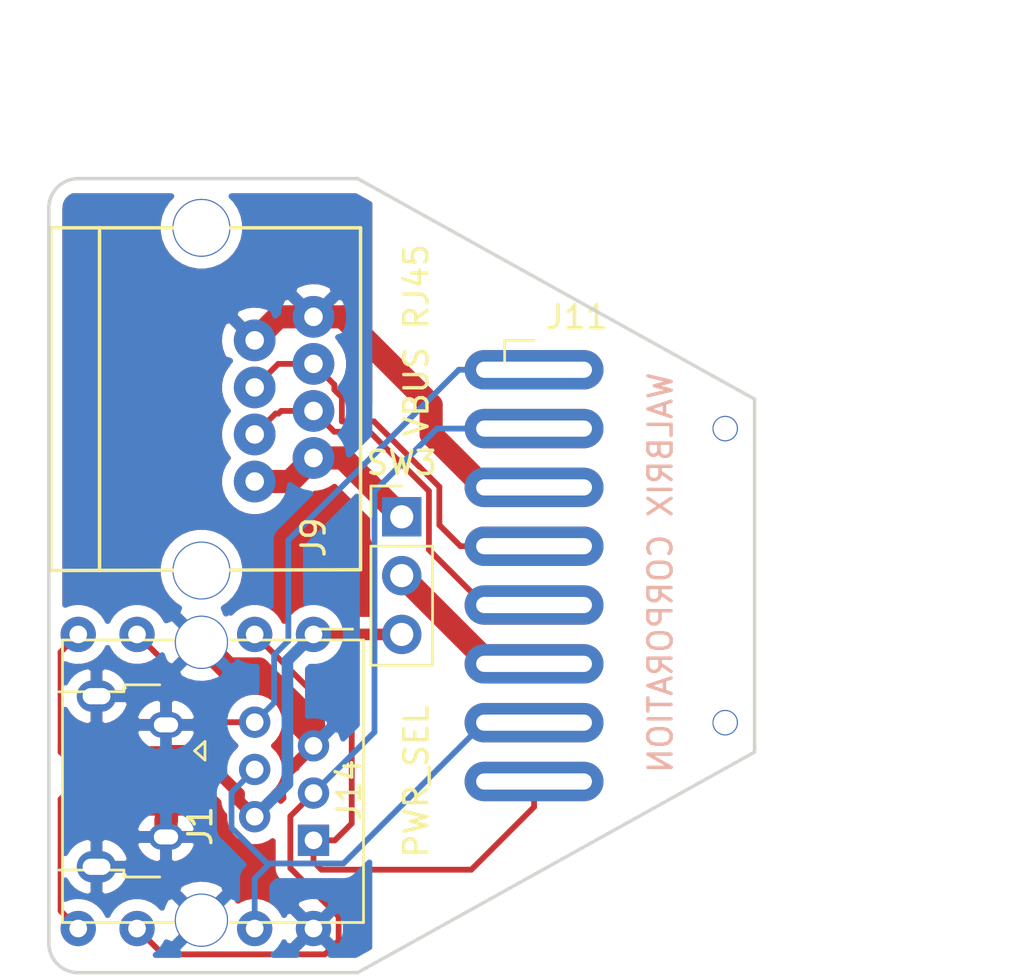
<source format=kicad_pcb>
(kicad_pcb (version 20171130) (host pcbnew 5.1.4)

  (general
    (thickness 1.6)
    (drawings 13)
    (tracks 99)
    (zones 0)
    (modules 5)
    (nets 14)
  )

  (page A4)
  (layers
    (0 F.Cu signal)
    (31 B.Cu signal)
    (32 B.Adhes user)
    (33 F.Adhes user)
    (34 B.Paste user)
    (35 F.Paste user)
    (36 B.SilkS user)
    (37 F.SilkS user)
    (38 B.Mask user)
    (39 F.Mask user)
    (40 Dwgs.User user)
    (41 Cmts.User user)
    (42 Eco1.User user)
    (43 Eco2.User user)
    (44 Edge.Cuts user)
    (45 Margin user)
    (46 B.CrtYd user)
    (47 F.CrtYd user)
    (48 B.Fab user)
    (49 F.Fab user)
  )

  (setup
    (last_trace_width 0.25)
    (trace_clearance 0.2)
    (zone_clearance 0.508)
    (zone_45_only no)
    (trace_min 0.2)
    (via_size 0.8)
    (via_drill 0.4)
    (via_min_size 0.4)
    (via_min_drill 0.3)
    (uvia_size 0.3)
    (uvia_drill 0.1)
    (uvias_allowed no)
    (uvia_min_size 0.2)
    (uvia_min_drill 0.1)
    (edge_width 0.15)
    (segment_width 0.2)
    (pcb_text_width 0.3)
    (pcb_text_size 1.5 1.5)
    (mod_edge_width 0.15)
    (mod_text_size 1 1)
    (mod_text_width 0.15)
    (pad_size 2 0.9)
    (pad_drill 0)
    (pad_to_mask_clearance 0.051)
    (solder_mask_min_width 0.25)
    (aux_axis_origin 0 0)
    (visible_elements FFFFFF7F)
    (pcbplotparams
      (layerselection 0x010f0_ffffffff)
      (usegerberextensions true)
      (usegerberattributes false)
      (usegerberadvancedattributes false)
      (creategerberjobfile false)
      (excludeedgelayer true)
      (linewidth 0.100000)
      (plotframeref false)
      (viasonmask false)
      (mode 1)
      (useauxorigin false)
      (hpglpennumber 1)
      (hpglpenspeed 20)
      (hpglpendiameter 15.000000)
      (psnegative false)
      (psa4output false)
      (plotreference true)
      (plotvalue true)
      (plotinvisibletext false)
      (padsonsilk false)
      (subtractmaskfromsilk true)
      (outputformat 1)
      (mirror false)
      (drillshape 0)
      (scaleselection 1)
      (outputdirectory ""))
  )

  (net 0 "")
  (net 1 GND)
  (net 2 /VIN)
  (net 3 /RESET)
  (net 4 /IO0)
  (net 5 /RXD)
  (net 6 /TXD)
  (net 7 /VBUS)
  (net 8 /B)
  (net 9 /A)
  (net 10 /VCTRLR)
  (net 11 "Net-(J1-Pad4)")
  (net 12 /D+)
  (net 13 /D-)

  (net_class Default "これはデフォルトのネット クラスです。"
    (clearance 0.2)
    (trace_width 0.25)
    (via_dia 0.8)
    (via_drill 0.4)
    (uvia_dia 0.3)
    (uvia_drill 0.1)
    (add_net /A)
    (add_net /B)
    (add_net /D+)
    (add_net /D-)
    (add_net /IO0)
    (add_net /RESET)
    (add_net /RXD)
    (add_net /TXD)
    (add_net "Net-(J1-Pad4)")
  )

  (net_class Power ""
    (clearance 0.2)
    (trace_width 1)
    (via_dia 1)
    (via_drill 0.5)
    (uvia_dia 0.3)
    (uvia_drill 0.1)
    (add_net /VCTRLR)
    (add_net /VIN)
    (add_net GND)
  )

  (net_class VBUS ""
    (clearance 0.2)
    (trace_width 0.5)
    (via_dia 0.8)
    (via_drill 0.4)
    (uvia_dia 0.3)
    (uvia_drill 0.1)
    (add_net /VBUS)
  )

  (module lib:RJ45 (layer F.Cu) (tedit 5CBB2EC2) (tstamp 5CBB34FA)
    (at 127 99.06 270)
    (path /5CBB3D57)
    (fp_text reference J9 (at 5.969 -2.54 270) (layer F.SilkS)
      (effects (font (size 1 1) (thickness 0.15)))
    )
    (fp_text value RJ45 (at 0 7.62 270) (layer F.Fab)
      (effects (font (size 1 1) (thickness 0.15)))
    )
    (fp_line (start -7.4 6.7) (end 7.4 6.7) (layer F.SilkS) (width 0.15))
    (fp_line (start -7.4 8.8) (end 7.4 8.8) (layer F.SilkS) (width 0.15))
    (fp_line (start 7.366 -4.572) (end 7.4 8.8) (layer F.SilkS) (width 0.15))
    (fp_line (start 7.366 -4.572) (end -7.4 -4.572) (layer F.SilkS) (width 0.15))
    (fp_line (start -7.4 -4.572) (end -7.4 8.8) (layer F.SilkS) (width 0.15))
    (pad 1 thru_hole circle (at 3.556 0 270) (size 1.8 1.8) (drill 0.8) (layers *.Cu *.Mask)
      (net 10 /VCTRLR))
    (pad 2 thru_hole circle (at 2.54 -2.54 270) (size 1.8 1.8) (drill 0.8) (layers *.Cu *.Mask)
      (net 10 /VCTRLR))
    (pad 3 thru_hole circle (at 1.524 0 270) (size 1.8 1.8) (drill 0.8) (layers *.Cu *.Mask)
      (net 8 /B))
    (pad 4 thru_hole circle (at 0.508 -2.54 270) (size 1.8 1.8) (drill 0.8) (layers *.Cu *.Mask)
      (net 8 /B))
    (pad 5 thru_hole circle (at -0.508 0 270) (size 1.8 1.8) (drill 0.8) (layers *.Cu *.Mask)
      (net 9 /A))
    (pad 6 thru_hole circle (at -1.524 -2.54 270) (size 1.8 1.8) (drill 0.8) (layers *.Cu *.Mask)
      (net 9 /A))
    (pad 7 thru_hole circle (at -2.54 0 270) (size 1.8 1.8) (drill 0.8) (layers *.Cu *.Mask)
      (net 1 GND))
    (pad 8 thru_hole circle (at -3.556 -2.54 270) (size 1.8 1.8) (drill 0.8) (layers *.Cu *.Mask)
      (net 1 GND))
    (pad "" np_thru_hole circle (at -7.4 2.3 270) (size 2.5 2.5) (drill 2.4) (layers *.Cu *.Mask))
    (pad "" np_thru_hole circle (at 7.4 2.3 270) (size 2.5 2.5) (drill 2.4) (layers *.Cu *.Mask))
  )

  (module lib:usbserial (layer F.Cu) (tedit 5CBB191E) (tstamp 5CBB1234)
    (at 129.54 118.11 270)
    (descr "RJ12 connector  https://cdn.amphenol-icc.com/media/wysiwyg/files/drawing/c-bmj-0082.pdf")
    (tags "RJ12 connector")
    (path /5CBB1510)
    (fp_text reference J14 (at -2.159 -1.524 270) (layer F.SilkS)
      (effects (font (size 1 1) (thickness 0.15)))
    )
    (fp_text value USBSERIAL (at -2.54 -3.81 270) (layer F.Fab)
      (effects (font (size 1 1) (thickness 0.15)))
    )
    (fp_text user %R (at -0.06 6.83 270) (layer F.Fab)
      (effects (font (size 1 1) (thickness 0.15)))
    )
    (fp_line (start -8.65 10.84) (end -8.65 -0.41) (layer F.Fab) (width 0.1))
    (fp_line (start -8.65 -2.16) (end 3.55 -2.16) (layer F.Fab) (width 0.1))
    (fp_line (start 3.55 -2.16) (end 3.55 10.84) (layer F.Fab) (width 0.1))
    (fp_line (start 3.55 10.84) (end -8.65 10.84) (layer F.Fab) (width 0.1))
    (fp_line (start -8.65 -2.16) (end 3.55 -2.16) (layer F.SilkS) (width 0.12))
    (fp_line (start 3.55 -2.16) (end 3.55 3.6) (layer F.SilkS) (width 0.12))
    (fp_line (start 3.55 10.84) (end 3.55 6.06) (layer F.SilkS) (width 0.12))
    (fp_line (start 3.55 10.84) (end -8.65 10.84) (layer F.SilkS) (width 0.12))
    (fp_line (start -8.65 10.84) (end -8.65 6.06) (layer F.SilkS) (width 0.12))
    (fp_line (start -8.65 6.79) (end -8.65 6.86) (layer F.SilkS) (width 0.1))
    (fp_line (start -8.65 3.6) (end -8.65 -2.16) (layer F.SilkS) (width 0.12))
    (fp_line (start -9.12 -0.16) (end -9.12 -1.69) (layer F.SilkS) (width 0.12))
    (fp_line (start -8.65 -0.41) (end -8.15 -0.91) (layer F.Fab) (width 0.1))
    (fp_line (start -8.15 -0.91) (end -8.65 -1.41) (layer F.Fab) (width 0.1))
    (fp_line (start -8.65 -1.41) (end -8.65 -2.16) (layer F.Fab) (width 0.1))
    (pad 6 thru_hole circle (at -5.1 2.54 270) (size 1.35 1.35) (drill 0.76) (layers *.Cu *.Mask)
      (net 4 /IO0))
    (pad 5 thru_hole circle (at -8.55 4.84 270) (size 2.3 2.3) (drill 2.2) (layers *.Cu *.Mask)
      (net 1 GND))
    (pad 5 thru_hole circle (at -4.08 0 270) (size 1.35 1.35) (drill 0.76) (layers *.Cu *.Mask)
      (net 1 GND))
    (pad 4 thru_hole circle (at -3.06 2.54 270) (size 1.35 1.35) (drill 0.76) (layers *.Cu *.Mask)
      (net 6 /TXD))
    (pad 3 thru_hole circle (at -2.04 0 270) (size 1.35 1.35) (drill 0.76) (layers *.Cu *.Mask)
      (net 5 /RXD))
    (pad 2 thru_hole circle (at -1.02 2.54 270) (size 1.35 1.35) (drill 0.76) (layers *.Cu *.Mask)
      (net 7 /VBUS))
    (pad 1 thru_hole rect (at 0 0 270) (size 1.35 1.35) (drill 0.76) (layers *.Cu *.Mask)
      (net 3 /RESET))
    (pad 5 thru_hole circle (at 3.45 4.84 270) (size 2.3 2.3) (drill 2.2) (layers *.Cu *.Mask)
      (net 1 GND))
    (pad 7 thru_hole circle (at 3.81 10.16 270) (size 1.524 1.524) (drill 0.762) (layers *.Cu *.Mask)
      (net 12 /D+))
    (pad 3 thru_hole circle (at 3.81 7.62 270) (size 1.524 1.524) (drill 0.762) (layers *.Cu *.Mask)
      (net 5 /RXD))
    (pad 4 thru_hole circle (at 3.81 2.54 270) (size 1.524 1.524) (drill 0.762) (layers *.Cu *.Mask)
      (net 6 /TXD))
    (pad 5 thru_hole circle (at 3.81 0 270) (size 1.524 1.524) (drill 0.762) (layers *.Cu *.Mask)
      (net 1 GND))
    (pad 2 thru_hole circle (at -8.89 0 270) (size 1.524 1.524) (drill 0.762) (layers *.Cu *.Mask)
      (net 7 /VBUS))
    (pad 1 thru_hole circle (at -8.89 2.54 270) (size 1.524 1.524) (drill 0.762) (layers *.Cu *.Mask)
      (net 3 /RESET))
    (pad 6 thru_hole circle (at -8.89 7.62 270) (size 1.524 1.524) (drill 0.762) (layers *.Cu *.Mask)
      (net 4 /IO0))
    (pad 8 thru_hole circle (at -8.89 10.16 270) (size 1.524 1.524) (drill 0.762) (layers *.Cu *.Mask)
      (net 13 /D-))
    (model ${KISYS3DMOD}/Connector_RJ.3dshapes/RJ12_Amphenol_54601.wrl
      (at (xyz 0 0 0))
      (scale (xyz 1 1 1))
      (rotate (xyz 0 0 0))
    )
  )

  (module Connector_PinHeader_2.54mm:PinHeader_1x03_P2.54mm_Vertical (layer F.Cu) (tedit 59FED5CC) (tstamp 5D542DCB)
    (at 133.35 104.14)
    (descr "Through hole straight pin header, 1x03, 2.54mm pitch, single row")
    (tags "Through hole pin header THT 1x03 2.54mm single row")
    (path /5D58070A)
    (fp_text reference SW3 (at 0 -2.33) (layer F.SilkS)
      (effects (font (size 1 1) (thickness 0.15)))
    )
    (fp_text value SW_SPDT (at 0 7.41) (layer F.Fab)
      (effects (font (size 1 1) (thickness 0.15)))
    )
    (fp_line (start -0.635 -1.27) (end 1.27 -1.27) (layer F.Fab) (width 0.1))
    (fp_line (start 1.27 -1.27) (end 1.27 6.35) (layer F.Fab) (width 0.1))
    (fp_line (start 1.27 6.35) (end -1.27 6.35) (layer F.Fab) (width 0.1))
    (fp_line (start -1.27 6.35) (end -1.27 -0.635) (layer F.Fab) (width 0.1))
    (fp_line (start -1.27 -0.635) (end -0.635 -1.27) (layer F.Fab) (width 0.1))
    (fp_line (start -1.33 6.41) (end 1.33 6.41) (layer F.SilkS) (width 0.12))
    (fp_line (start -1.33 1.27) (end -1.33 6.41) (layer F.SilkS) (width 0.12))
    (fp_line (start 1.33 1.27) (end 1.33 6.41) (layer F.SilkS) (width 0.12))
    (fp_line (start -1.33 1.27) (end 1.33 1.27) (layer F.SilkS) (width 0.12))
    (fp_line (start -1.33 0) (end -1.33 -1.33) (layer F.SilkS) (width 0.12))
    (fp_line (start -1.33 -1.33) (end 0 -1.33) (layer F.SilkS) (width 0.12))
    (fp_line (start -1.8 -1.8) (end -1.8 6.85) (layer F.CrtYd) (width 0.05))
    (fp_line (start -1.8 6.85) (end 1.8 6.85) (layer F.CrtYd) (width 0.05))
    (fp_line (start 1.8 6.85) (end 1.8 -1.8) (layer F.CrtYd) (width 0.05))
    (fp_line (start 1.8 -1.8) (end -1.8 -1.8) (layer F.CrtYd) (width 0.05))
    (fp_text user %R (at 0 2.54 90) (layer F.Fab)
      (effects (font (size 1 1) (thickness 0.15)))
    )
    (pad 1 thru_hole rect (at 0 0) (size 1.7 1.7) (drill 1) (layers *.Cu *.Mask)
      (net 10 /VCTRLR))
    (pad 2 thru_hole oval (at 0 2.54) (size 1.7 1.7) (drill 1) (layers *.Cu *.Mask)
      (net 2 /VIN))
    (pad 3 thru_hole oval (at 0 5.08) (size 1.7 1.7) (drill 1) (layers *.Cu *.Mask)
      (net 7 /VBUS))
    (model ${KISYS3DMOD}/Connector_PinHeader_2.54mm.3dshapes/PinHeader_1x03_P2.54mm_Vertical.wrl
      (at (xyz 0 0 0))
      (scale (xyz 1 1 1))
      (rotate (xyz 0 0 0))
    )
  )

  (module lib:8p_cable_holes (layer F.Cu) (tedit 5D5A6958) (tstamp 5D5AFD59)
    (at 139.065 97.79)
    (descr "Through hole angled pin header, 1x08, 2.54mm pitch, 6mm pin length, single row")
    (tags "Through hole angled pin header THT 1x08 2.54mm single row")
    (path /5CBB0546)
    (fp_text reference J11 (at 1.845 -2.27) (layer F.SilkS)
      (effects (font (size 1 1) (thickness 0.15)))
    )
    (fp_text value CONN (at 1.845 20.05) (layer F.Fab)
      (effects (font (size 1 1) (thickness 0.15)))
    )
    (fp_line (start -0.32 -0.32) (end -0.32 0.32) (layer F.Fab) (width 0.1))
    (fp_line (start -0.32 2.22) (end -0.32 2.86) (layer F.Fab) (width 0.1))
    (fp_line (start -0.32 4.76) (end -0.32 5.4) (layer F.Fab) (width 0.1))
    (fp_line (start -0.32 7.3) (end -0.32 7.94) (layer F.Fab) (width 0.1))
    (fp_line (start -0.32 9.84) (end -0.32 10.48) (layer F.Fab) (width 0.1))
    (fp_line (start -0.32 12.38) (end -0.32 13.02) (layer F.Fab) (width 0.1))
    (fp_line (start -0.32 14.92) (end -0.32 15.56) (layer F.Fab) (width 0.1))
    (fp_line (start -0.32 17.46) (end -0.32 18.1) (layer F.Fab) (width 0.1))
    (fp_line (start -1.27 0) (end -1.27 -1.27) (layer F.SilkS) (width 0.12))
    (fp_line (start -1.27 -1.27) (end 0 -1.27) (layer F.SilkS) (width 0.12))
    (fp_line (start -3.81 -1.8) (end -3.81 19.55) (layer F.CrtYd) (width 0.05))
    (fp_line (start -3.81 19.55) (end 8.01 19.55) (layer F.CrtYd) (width 0.05))
    (fp_line (start 8.01 19.55) (end 8.01 -1.8) (layer F.CrtYd) (width 0.05))
    (fp_line (start 8.01 -1.8) (end -3.81 -1.8) (layer F.CrtYd) (width 0.05))
    (pad 1 thru_hole oval (at 0 0) (size 6 1.7) (drill oval 5 0.7) (layers *.Cu *.Mask)
      (net 4 /IO0))
    (pad 2 thru_hole oval (at 0 2.54) (size 6 1.7) (drill oval 5 0.7) (layers *.Cu *.Mask)
      (net 5 /RXD))
    (pad 3 thru_hole oval (at 0 5.08) (size 6 1.7) (drill oval 5 0.7) (layers *.Cu *.Mask)
      (net 1 GND))
    (pad 4 thru_hole oval (at 0 7.62) (size 6 1.7) (drill oval 5 0.7) (layers *.Cu *.Mask)
      (net 9 /A))
    (pad 5 thru_hole oval (at 0 10.16) (size 6 1.7) (drill oval 5 0.7) (layers *.Cu *.Mask)
      (net 8 /B))
    (pad 6 thru_hole oval (at 0 12.7) (size 6 1.7) (drill oval 5 0.7) (layers *.Cu *.Mask)
      (net 2 /VIN))
    (pad 7 thru_hole oval (at 0 15.24) (size 6 1.7) (drill oval 5 0.7) (layers *.Cu *.Mask)
      (net 6 /TXD))
    (pad 8 thru_hole oval (at 0 17.78) (size 6 1.7) (drill oval 5 0.7) (layers *.Cu *.Mask)
      (net 3 /RESET))
    (model ${KISYS3DMOD}/Connector_PinHeader_2.54mm.3dshapes/PinHeader_1x08_P2.54mm_Horizontal.wrl
      (at (xyz 0 0 0))
      (scale (xyz 1 1 1))
      (rotate (xyz 0 0 0))
    )
  )

  (module lib:USB_Micro-B_Horizontal (layer F.Cu) (tedit 5CBB1908) (tstamp 5D5B37A2)
    (at 121.285 115.57 270)
    (descr "Micro USB Type B 10103594-0001LF, http://cdn.amphenol-icc.com/media/wysiwyg/files/drawing/10103594.pdf")
    (tags "USB USB_B USB_micro USB_OTG")
    (path /5D60E8E9)
    (attr smd)
    (fp_text reference J1 (at 1.925 -3.365 90) (layer F.SilkS)
      (effects (font (size 1 1) (thickness 0.15)))
    )
    (fp_text value USB_B_Micro (at -0.025 4.435 90) (layer F.Fab)
      (effects (font (size 1 1) (thickness 0.15)))
    )
    (fp_line (start -4.025 2.835) (end 3.975 2.835) (layer Dwgs.User) (width 0.1))
    (fp_line (start -3.775 3.335) (end -3.775 -0.865) (layer F.Fab) (width 0.12))
    (fp_line (start -2.975 -1.615) (end 3.725 -1.615) (layer F.Fab) (width 0.12))
    (fp_line (start 3.725 -1.615) (end 3.725 3.335) (layer F.Fab) (width 0.12))
    (fp_line (start 3.725 3.335) (end -3.775 3.335) (layer F.Fab) (width 0.12))
    (fp_line (start -3.775 -0.865) (end -2.975 -1.615) (layer F.Fab) (width 0.12))
    (fp_line (start -1.325 -3.119) (end -1.725 -3.569) (layer F.SilkS) (width 0.12))
    (fp_line (start -1.725 -3.569) (end -0.925 -3.569) (layer F.SilkS) (width 0.12))
    (fp_line (start -0.925 -3.569) (end -1.325 -3.119) (layer F.SilkS) (width 0.12))
    (fp_line (start 3.825 2.735) (end 3.825 -0.065) (layer F.SilkS) (width 0.12))
    (fp_line (start 3.825 -0.065) (end 4.125 -0.065) (layer F.SilkS) (width 0.12))
    (fp_line (start 4.125 -0.065) (end 4.125 -1.615) (layer F.SilkS) (width 0.12))
    (fp_line (start -3.875 2.735) (end -3.875 -0.065) (layer F.SilkS) (width 0.12))
    (fp_line (start -4.175 -0.065) (end -3.875 -0.065) (layer F.SilkS) (width 0.12))
    (fp_line (start -4.175 -0.065) (end -4.175 -1.615) (layer F.SilkS) (width 0.12))
    (fp_text user %R (at -0.025 -0.015 90) (layer F.Fab)
      (effects (font (size 1 1) (thickness 0.15)))
    )
    (fp_text user "PCB edge" (at -0.025 2.235 90) (layer Dwgs.User)
      (effects (font (size 0.5 0.5) (thickness 0.075)))
    )
    (pad 6 thru_hole oval (at 3.683 1.115) (size 1.7 1.35) (drill oval 1.2 0.7) (layers *.Cu *.Mask)
      (net 1 GND))
    (pad 6 thru_hole oval (at -3.683 1.115) (size 1.7 1.35) (drill oval 1.2 0.7) (layers *.Cu *.Mask)
      (net 1 GND))
    (pad 6 thru_hole oval (at 2.395 -1.885) (size 1.5 1.1) (drill oval 1.05 0.65) (layers *.Cu *.Mask)
      (net 1 GND))
    (pad 6 thru_hole oval (at -2.445 -1.885) (size 1.5 1.1) (drill oval 1.05 0.65) (layers *.Cu *.Mask)
      (net 1 GND))
    (pad 5 smd rect (at 1.275 -1.905) (size 1.85 0.4) (layers F.Cu F.Paste F.Mask)
      (net 1 GND))
    (pad 4 smd rect (at 0.625 -1.905) (size 1.85 0.4) (layers F.Cu F.Paste F.Mask)
      (net 11 "Net-(J1-Pad4)"))
    (pad 3 smd rect (at -0.025 -1.905) (size 1.85 0.4) (layers F.Cu F.Paste F.Mask)
      (net 12 /D+))
    (pad 2 smd rect (at -0.675 -1.905) (size 1.85 0.4) (layers F.Cu F.Paste F.Mask)
      (net 13 /D-))
    (pad 1 smd rect (at -1.325 -1.905) (size 1.85 0.4) (layers F.Cu F.Paste F.Mask)
      (net 7 /VBUS))
    (model ${KISYS3DMOD}/Connector_USB.3dshapes/USB_Micro-B_Amphenol_10103594-0001LF_Horizontal.wrl
      (at (xyz 0 0 0))
      (scale (xyz 1 1 1))
      (rotate (xyz 0 0 0))
    )
  )

  (dimension 30.48 (width 0.15) (layer Cmts.User)
    (gr_text "30.480 mm" (at 133.35 82.52) (layer Cmts.User)
      (effects (font (size 1 1) (thickness 0.15)))
    )
    (feature1 (pts (xy 148.59 86.36) (xy 148.59 83.233579)))
    (feature2 (pts (xy 118.11 86.36) (xy 118.11 83.233579)))
    (crossbar (pts (xy 118.11 83.82) (xy 148.59 83.82)))
    (arrow1a (pts (xy 148.59 83.82) (xy 147.463496 84.406421)))
    (arrow1b (pts (xy 148.59 83.82) (xy 147.463496 83.233579)))
    (arrow2a (pts (xy 118.11 83.82) (xy 119.236504 84.406421)))
    (arrow2b (pts (xy 118.11 83.82) (xy 119.236504 83.233579)))
  )
  (gr_text "WALBRIX CORPORATION" (at 144.526 106.553 90) (layer B.SilkS)
    (effects (font (size 1 1) (thickness 0.15)) (justify mirror))
  )
  (gr_arc (start 119.38 122.555) (end 118.11 122.555) (angle -90) (layer Edge.Cuts) (width 0.15))
  (gr_arc (start 119.38 90.805) (end 119.38 89.535) (angle -90) (layer Edge.Cuts) (width 0.15))
  (gr_line (start 148.59 114.3) (end 131.445 123.825) (layer Edge.Cuts) (width 0.15) (tstamp 5D5AF7BB))
  (gr_line (start 148.59 99.06) (end 148.59 114.3) (layer Edge.Cuts) (width 0.15))
  (gr_line (start 131.445 89.535) (end 148.59 99.06) (layer Edge.Cuts) (width 0.15))
  (gr_line (start 131.445 123.825) (end 119.38 123.825) (layer Edge.Cuts) (width 0.15) (tstamp 5D5AE323))
  (gr_text "VBUS RJ45" (at 133.985 96.52 90) (layer F.SilkS) (tstamp 5D543126)
    (effects (font (size 1 1) (thickness 0.15)))
  )
  (gr_text PWR_SEL (at 133.985 115.57 90) (layer F.SilkS) (tstamp 5D542FB8)
    (effects (font (size 1 1) (thickness 0.15)))
  )
  (dimension 34.29 (width 0.3) (layer Cmts.User)
    (gr_text "34.290 mm" (at 158.31 106.68 270) (layer Cmts.User)
      (effects (font (size 1.5 1.5) (thickness 0.3)))
    )
    (feature1 (pts (xy 153.67 123.825) (xy 156.796421 123.825)))
    (feature2 (pts (xy 153.67 89.535) (xy 156.796421 89.535)))
    (crossbar (pts (xy 156.21 89.535) (xy 156.21 123.825)))
    (arrow1a (pts (xy 156.21 123.825) (xy 155.623579 122.698496)))
    (arrow1b (pts (xy 156.21 123.825) (xy 156.796421 122.698496)))
    (arrow2a (pts (xy 156.21 89.535) (xy 155.623579 90.661504)))
    (arrow2b (pts (xy 156.21 89.535) (xy 156.796421 90.661504)))
  )
  (gr_line (start 118.11 122.555) (end 118.11 90.805) (layer Edge.Cuts) (width 0.15))
  (gr_line (start 131.445 89.535) (end 119.38 89.535) (layer Edge.Cuts) (width 0.15))

  (via (at 147.32 100.33) (size 1.1) (drill 1) (layers F.Cu B.Cu) (net 0))
  (via (at 147.32 113.03) (size 1.1) (drill 1) (layers F.Cu B.Cu) (net 0) (tstamp 5D5AF71D))
  (segment (start 129.54 113.075406) (end 129.54 114.03) (width 1) (layer F.Cu) (net 1))
  (segment (start 127.174593 110.709999) (end 129.54 113.075406) (width 1) (layer F.Cu) (net 1))
  (segment (start 125.849999 110.709999) (end 127.174593 110.709999) (width 1) (layer F.Cu) (net 1))
  (segment (start 124.7 109.56) (end 125.849999 110.709999) (width 1) (layer F.Cu) (net 1))
  (segment (start 128.016 95.504) (end 127 96.52) (width 1) (layer F.Cu) (net 1))
  (segment (start 129.54 95.504) (end 128.016 95.504) (width 1) (layer F.Cu) (net 1))
  (segment (start 136.915 102.87) (end 139.065 102.87) (width 1) (layer F.Cu) (net 1))
  (segment (start 134.62 100.575) (end 136.915 102.87) (width 1) (layer F.Cu) (net 1))
  (segment (start 134.62 99.311208) (end 134.62 100.575) (width 1) (layer F.Cu) (net 1))
  (segment (start 130.812792 95.504) (end 134.62 99.311208) (width 1) (layer F.Cu) (net 1))
  (segment (start 129.54 95.504) (end 130.812792 95.504) (width 1) (layer F.Cu) (net 1))
  (segment (start 123.19 117.221) (end 123.19 117.095001) (width 1) (layer F.Cu) (net 1))
  (segment (start 123.17 117.965) (end 123.17 117.241) (width 1) (layer F.Cu) (net 1))
  (segment (start 123.17 117.241) (end 123.19 117.221) (width 1) (layer F.Cu) (net 1))
  (segment (start 137.16 110.49) (end 139.065 110.49) (width 1) (layer F.Cu) (net 2))
  (segment (start 133.35 106.68) (end 137.16 110.49) (width 1) (layer F.Cu) (net 2))
  (segment (start 127 109.22) (end 131.191 113.411) (width 0.25) (layer F.Cu) (net 3))
  (segment (start 130.465 118.11) (end 129.54 118.11) (width 0.25) (layer F.Cu) (net 3))
  (segment (start 131.191 117.384) (end 130.465 118.11) (width 0.25) (layer F.Cu) (net 3))
  (segment (start 131.191 113.411) (end 131.191 117.384) (width 0.25) (layer F.Cu) (net 3))
  (segment (start 139.065 116.67) (end 139.065 115.57) (width 0.25) (layer F.Cu) (net 3))
  (segment (start 136.355 119.38) (end 139.065 116.67) (width 0.25) (layer F.Cu) (net 3))
  (segment (start 129.885 119.38) (end 136.355 119.38) (width 0.25) (layer F.Cu) (net 3))
  (segment (start 129.54 119.035) (end 129.885 119.38) (width 0.25) (layer F.Cu) (net 3))
  (segment (start 129.54 118.11) (end 129.54 119.035) (width 0.25) (layer F.Cu) (net 3))
  (segment (start 125.71 113.01) (end 127 113.01) (width 0.25) (layer F.Cu) (net 4))
  (segment (start 121.92 109.22) (end 125.71 113.01) (width 0.25) (layer F.Cu) (net 4))
  (segment (start 135.815 97.79) (end 139.065 97.79) (width 0.25) (layer B.Cu) (net 4))
  (segment (start 128.452999 105.152001) (end 135.815 97.79) (width 0.25) (layer B.Cu) (net 4))
  (segment (start 128.452999 109.493815) (end 128.452999 105.152001) (width 0.25) (layer B.Cu) (net 4))
  (segment (start 127.839989 110.106825) (end 128.452999 109.493815) (width 0.25) (layer B.Cu) (net 4))
  (segment (start 127.839989 112.170011) (end 127.839989 110.106825) (width 0.25) (layer B.Cu) (net 4))
  (segment (start 127 113.01) (end 127.839989 112.170011) (width 0.25) (layer B.Cu) (net 4))
  (segment (start 135.815 100.33) (end 139.065 100.33) (width 0.25) (layer B.Cu) (net 5))
  (segment (start 134.874998 100.33) (end 135.815 100.33) (width 0.25) (layer B.Cu) (net 5))
  (segment (start 132.174999 103.029999) (end 134.874998 100.33) (width 0.25) (layer B.Cu) (net 5))
  (segment (start 132.174999 113.435001) (end 132.174999 103.029999) (width 0.25) (layer B.Cu) (net 5))
  (segment (start 129.54 116.07) (end 132.174999 113.435001) (width 0.25) (layer B.Cu) (net 5))
  (segment (start 122.681999 122.681999) (end 121.92 121.92) (width 0.25) (layer F.Cu) (net 5))
  (segment (start 123.035001 123.035001) (end 122.681999 122.681999) (width 0.25) (layer F.Cu) (net 5))
  (segment (start 130.033761 123.035001) (end 123.035001 123.035001) (width 0.25) (layer F.Cu) (net 5))
  (segment (start 130.627001 122.441761) (end 130.033761 123.035001) (width 0.25) (layer F.Cu) (net 5))
  (segment (start 130.627001 121.398239) (end 130.627001 122.441761) (width 0.25) (layer F.Cu) (net 5))
  (segment (start 128.539999 119.311237) (end 130.627001 121.398239) (width 0.25) (layer F.Cu) (net 5))
  (segment (start 128.539999 117.070001) (end 128.539999 119.311237) (width 0.25) (layer F.Cu) (net 5))
  (segment (start 129.54 116.07) (end 128.539999 117.070001) (width 0.25) (layer F.Cu) (net 5))
  (segment (start 136.915 113.03) (end 139.065 113.03) (width 0.25) (layer B.Cu) (net 6))
  (segment (start 130.834999 119.110001) (end 136.915 113.03) (width 0.25) (layer B.Cu) (net 6))
  (segment (start 125.999999 117.570001) (end 127.539999 119.110001) (width 0.25) (layer B.Cu) (net 6))
  (segment (start 125.999999 116.050001) (end 125.999999 117.570001) (width 0.25) (layer B.Cu) (net 6))
  (segment (start 127 115.05) (end 125.999999 116.050001) (width 0.25) (layer B.Cu) (net 6))
  (segment (start 127 119.761) (end 127.650999 119.110001) (width 0.25) (layer B.Cu) (net 6))
  (segment (start 127 121.92) (end 127 119.761) (width 0.25) (layer B.Cu) (net 6))
  (segment (start 127.539999 119.110001) (end 127.650999 119.110001) (width 0.25) (layer B.Cu) (net 6))
  (segment (start 127.650999 119.110001) (end 130.834999 119.110001) (width 0.25) (layer B.Cu) (net 6))
  (segment (start 129.54 109.22) (end 133.35 109.22) (width 0.5) (layer F.Cu) (net 7))
  (segment (start 128.778001 109.981999) (end 129.54 109.22) (width 0.5) (layer B.Cu) (net 7))
  (segment (start 128.414999 110.345001) (end 128.778001 109.981999) (width 0.5) (layer B.Cu) (net 7))
  (segment (start 128.414999 115.675001) (end 128.414999 110.345001) (width 0.5) (layer B.Cu) (net 7))
  (segment (start 127 117.09) (end 128.414999 115.675001) (width 0.5) (layer B.Cu) (net 7))
  (segment (start 126.325001 116.094999) (end 126.325001 116.415001) (width 0.5) (layer F.Cu) (net 7))
  (segment (start 126.325001 116.415001) (end 127 117.09) (width 0.5) (layer F.Cu) (net 7))
  (segment (start 124.475001 114.244999) (end 126.325001 116.094999) (width 0.5) (layer F.Cu) (net 7))
  (segment (start 123.19 114.245) (end 124.475001 114.244999) (width 0.5) (layer F.Cu) (net 7))
  (segment (start 127.899999 99.684001) (end 128.026999 99.684001) (width 0.25) (layer F.Cu) (net 8))
  (segment (start 127 100.584) (end 127.899999 99.684001) (width 0.25) (layer F.Cu) (net 8))
  (segment (start 128.143 99.568) (end 129.54 99.568) (width 0.25) (layer F.Cu) (net 8))
  (segment (start 128.026999 99.684001) (end 128.143 99.568) (width 0.25) (layer F.Cu) (net 8))
  (segment (start 136.915 107.95) (end 139.065 107.95) (width 0.25) (layer F.Cu) (net 8))
  (segment (start 134.525001 105.560001) (end 136.915 107.95) (width 0.25) (layer F.Cu) (net 8))
  (segment (start 134.525001 103.029999) (end 134.525001 105.560001) (width 0.25) (layer F.Cu) (net 8))
  (segment (start 131.963001 100.467999) (end 134.525001 103.029999) (width 0.25) (layer F.Cu) (net 8))
  (segment (start 130.439999 100.467999) (end 131.963001 100.467999) (width 0.25) (layer F.Cu) (net 8))
  (segment (start 129.54 99.568) (end 130.439999 100.467999) (width 0.25) (layer F.Cu) (net 8))
  (segment (start 128.016 97.536) (end 129.54 97.536) (width 0.25) (layer F.Cu) (net 9))
  (segment (start 127 98.552) (end 128.016 97.536) (width 0.25) (layer F.Cu) (net 9))
  (segment (start 135.89 105.41) (end 139.065 105.41) (width 0.25) (layer F.Cu) (net 9))
  (segment (start 134.975011 104.495011) (end 135.89 105.41) (width 0.25) (layer F.Cu) (net 9))
  (segment (start 134.975011 102.843599) (end 134.975011 104.495011) (width 0.25) (layer F.Cu) (net 9))
  (segment (start 130.439999 98.435999) (end 130.439999 98.654997) (width 0.25) (layer F.Cu) (net 9))
  (segment (start 129.54 97.536) (end 130.439999 98.435999) (width 0.25) (layer F.Cu) (net 9))
  (segment (start 130.439999 98.654997) (end 130.765001 98.979999) (width 0.25) (layer F.Cu) (net 9))
  (segment (start 130.765001 100.017989) (end 132.149402 100.01799) (width 0.25) (layer F.Cu) (net 9))
  (segment (start 130.765001 98.979999) (end 130.765001 100.017989) (width 0.25) (layer F.Cu) (net 9))
  (segment (start 132.149402 100.01799) (end 134.975011 102.843599) (width 0.25) (layer F.Cu) (net 9))
  (segment (start 128.524 102.616) (end 129.54 101.6) (width 1) (layer F.Cu) (net 10))
  (segment (start 127 102.616) (end 128.524 102.616) (width 1) (layer F.Cu) (net 10))
  (segment (start 130.81 101.6) (end 133.35 104.14) (width 1) (layer F.Cu) (net 10))
  (segment (start 129.54 101.6) (end 130.81 101.6) (width 1) (layer F.Cu) (net 10))
  (segment (start 118.618001 121.158001) (end 119.38 121.92) (width 0.25) (layer F.Cu) (net 12))
  (segment (start 118.618001 116.331999) (end 118.618001 121.158001) (width 0.25) (layer F.Cu) (net 12))
  (segment (start 123.19 115.545) (end 119.405 115.545) (width 0.25) (layer F.Cu) (net 12))
  (segment (start 119.405 115.545) (end 118.618001 116.331999) (width 0.25) (layer F.Cu) (net 12))
  (segment (start 118.618001 109.981999) (end 119.38 109.22) (width 0.25) (layer F.Cu) (net 13))
  (segment (start 118.618001 114.300001) (end 118.618001 109.981999) (width 0.25) (layer F.Cu) (net 13))
  (segment (start 123.19 114.895) (end 119.213 114.895) (width 0.25) (layer F.Cu) (net 13))
  (segment (start 119.213 114.895) (end 118.618001 114.300001) (width 0.25) (layer F.Cu) (net 13))

  (zone (net 1) (net_name GND) (layer F.Cu) (tstamp 5D5B3DAC) (hatch edge 0.508)
    (connect_pads (clearance 0.508))
    (min_thickness 0.254)
    (fill yes (arc_segments 32) (thermal_gap 0.508) (thermal_bridge_width 0.508))
    (polygon
      (pts
        (xy 118.11 90.17) (xy 132.08 90.17) (xy 132.08 123.19) (xy 118.11 123.19)
      )
    )
    (filled_polygon
      (pts
        (xy 125.44034 116.461917) (xy 125.452806 116.588491) (xy 125.503412 116.755314) (xy 125.58559 116.90906) (xy 125.69 117.036283)
        (xy 125.69 117.219024) (xy 125.740342 117.472113) (xy 125.839093 117.710518) (xy 125.982456 117.925077) (xy 126.164923 118.107544)
        (xy 126.379482 118.250907) (xy 126.617887 118.349658) (xy 126.870976 118.4) (xy 127.129024 118.4) (xy 127.382113 118.349658)
        (xy 127.620518 118.250907) (xy 127.779999 118.144345) (xy 127.78 119.273905) (xy 127.776323 119.311237) (xy 127.790997 119.460222)
        (xy 127.834453 119.603483) (xy 127.905025 119.735513) (xy 127.956863 119.798677) (xy 127.999999 119.851238) (xy 128.028997 119.875036)
        (xy 128.851834 120.697874) (xy 128.82102 120.714344) (xy 128.75404 120.954435) (xy 129.54 121.740395) (xy 129.554143 121.726253)
        (xy 129.733748 121.905858) (xy 129.719605 121.92) (xy 129.733748 121.934143) (xy 129.554143 122.113748) (xy 129.54 122.099605)
        (xy 129.525858 122.113748) (xy 129.346253 121.934143) (xy 129.360395 121.92) (xy 128.574435 121.13404) (xy 128.334344 121.20102)
        (xy 128.270515 121.33676) (xy 128.238005 121.258273) (xy 128.08512 121.029465) (xy 127.890535 120.83488) (xy 127.661727 120.681995)
        (xy 127.40749 120.576686) (xy 127.137592 120.523) (xy 126.862408 120.523) (xy 126.59251 120.576686) (xy 126.338273 120.681995)
        (xy 126.280579 120.720545) (xy 126.22209 120.611118) (xy 125.942349 120.497256) (xy 124.879605 121.56) (xy 124.893748 121.574143)
        (xy 124.714143 121.753748) (xy 124.7 121.739605) (xy 124.685858 121.753748) (xy 124.506253 121.574143) (xy 124.520395 121.56)
        (xy 123.457651 120.497256) (xy 123.17791 120.611118) (xy 123.022039 120.926296) (xy 122.996571 121.020916) (xy 122.810535 120.83488)
        (xy 122.581727 120.681995) (xy 122.32749 120.576686) (xy 122.057592 120.523) (xy 121.782408 120.523) (xy 121.51251 120.576686)
        (xy 121.258273 120.681995) (xy 121.029465 120.83488) (xy 120.83488 121.029465) (xy 120.681995 121.258273) (xy 120.65 121.335515)
        (xy 120.618005 121.258273) (xy 120.46512 121.029465) (xy 120.270535 120.83488) (xy 120.041727 120.681995) (xy 119.78749 120.576686)
        (xy 119.517592 120.523) (xy 119.378001 120.523) (xy 119.378001 120.409252) (xy 119.585815 120.500824) (xy 119.837116 120.556675)
        (xy 120.043 120.406573) (xy 120.043 119.38) (xy 120.297 119.38) (xy 120.297 120.406573) (xy 120.502884 120.556675)
        (xy 120.754185 120.500824) (xy 120.989761 120.397019) (xy 121.102982 120.317651) (xy 123.637256 120.317651) (xy 124.7 121.380395)
        (xy 125.762744 120.317651) (xy 125.648882 120.03791) (xy 125.333704 119.882039) (xy 124.994174 119.790651) (xy 124.643339 119.767259)
        (xy 124.294681 119.81276) (xy 123.9616 119.925406) (xy 123.751118 120.03791) (xy 123.637256 120.317651) (xy 121.102982 120.317651)
        (xy 121.200559 120.24925) (xy 121.378478 120.063196) (xy 121.516681 119.846007) (xy 121.609857 119.606029) (xy 121.61291 119.5824)
        (xy 121.489224 119.38) (xy 120.297 119.38) (xy 120.043 119.38) (xy 120.023 119.38) (xy 120.023 119.126)
        (xy 120.043 119.126) (xy 120.043 118.099427) (xy 120.297 118.099427) (xy 120.297 119.126) (xy 121.489224 119.126)
        (xy 121.61291 118.9236) (xy 121.609857 118.899971) (xy 121.516681 118.659993) (xy 121.378478 118.442804) (xy 121.217767 118.274744)
        (xy 121.826197 118.274744) (xy 121.830989 118.313526) (xy 121.920869 118.529039) (xy 122.051066 118.722877) (xy 122.216578 118.88759)
        (xy 122.411043 119.016848) (xy 122.626989 119.105684) (xy 122.856116 119.150684) (xy 123.043 118.995152) (xy 123.043 118.092)
        (xy 123.297 118.092) (xy 123.297 118.995152) (xy 123.483884 119.150684) (xy 123.713011 119.105684) (xy 123.928957 119.016848)
        (xy 124.123422 118.88759) (xy 124.288934 118.722877) (xy 124.419131 118.529039) (xy 124.509011 118.313526) (xy 124.513803 118.274744)
        (xy 124.388361 118.092) (xy 123.297 118.092) (xy 123.043 118.092) (xy 121.951639 118.092) (xy 121.826197 118.274744)
        (xy 121.217767 118.274744) (xy 121.200559 118.25675) (xy 120.989761 118.108981) (xy 120.754185 118.005176) (xy 120.502884 117.949325)
        (xy 120.297 118.099427) (xy 120.043 118.099427) (xy 119.837116 117.949325) (xy 119.585815 118.005176) (xy 119.378001 118.096748)
        (xy 119.378001 116.6468) (xy 119.719802 116.305) (xy 121.626928 116.305) (xy 121.626928 116.395) (xy 121.639188 116.519482)
        (xy 121.639849 116.52166) (xy 121.63 116.61325) (xy 121.697968 116.681218) (xy 121.734463 116.749494) (xy 121.813815 116.846185)
        (xy 121.901322 116.918) (xy 121.78875 116.918) (xy 121.63 117.07675) (xy 121.64083 117.177467) (xy 121.678666 117.296691)
        (xy 121.739035 117.406243) (xy 121.819616 117.501912) (xy 121.863976 117.537379) (xy 121.830989 117.616474) (xy 121.826197 117.655256)
        (xy 121.951639 117.838) (xy 123.043 117.838) (xy 123.043 117.818) (xy 123.297 117.818) (xy 123.297 117.838)
        (xy 124.388361 117.838) (xy 124.513803 117.655256) (xy 124.509011 117.616474) (xy 124.486027 117.561362) (xy 124.560384 117.501912)
        (xy 124.640965 117.406243) (xy 124.701334 117.296691) (xy 124.73917 117.177467) (xy 124.75 117.07675) (xy 124.59125 116.918)
        (xy 124.478678 116.918) (xy 124.566185 116.846185) (xy 124.645537 116.749494) (xy 124.682032 116.681218) (xy 124.75 116.61325)
        (xy 124.740151 116.52166) (xy 124.740812 116.519482) (xy 124.753072 116.395) (xy 124.753072 115.995) (xy 124.740812 115.870518)
        (xy 124.740655 115.87) (xy 124.740812 115.869482) (xy 124.750414 115.77199)
      )
    )
    (filled_polygon
      (pts
        (xy 123.235825 90.458382) (xy 123.029534 90.767118) (xy 122.887439 91.110166) (xy 122.815 91.474344) (xy 122.815 91.845656)
        (xy 122.887439 92.209834) (xy 123.029534 92.552882) (xy 123.235825 92.861618) (xy 123.498382 93.124175) (xy 123.807118 93.330466)
        (xy 124.150166 93.472561) (xy 124.514344 93.545) (xy 124.885656 93.545) (xy 125.249834 93.472561) (xy 125.592882 93.330466)
        (xy 125.901618 93.124175) (xy 126.164175 92.861618) (xy 126.370466 92.552882) (xy 126.512561 92.209834) (xy 126.585 91.845656)
        (xy 126.585 91.474344) (xy 126.512561 91.110166) (xy 126.370466 90.767118) (xy 126.164175 90.458382) (xy 126.002793 90.297)
        (xy 131.354623 90.297) (xy 131.953 90.629432) (xy 131.953 99.257991) (xy 131.525001 99.25799) (xy 131.525001 99.017321)
        (xy 131.528677 98.979998) (xy 131.525001 98.942675) (xy 131.525001 98.942666) (xy 131.514004 98.831013) (xy 131.470547 98.687752)
        (xy 131.399975 98.555723) (xy 131.305002 98.439998) (xy 131.275999 98.416196) (xy 131.193611 98.333808) (xy 131.189002 98.287013)
        (xy 131.145545 98.143752) (xy 131.074973 98.011723) (xy 131.023034 97.948435) (xy 131.075 97.687184) (xy 131.075 97.384816)
        (xy 131.016011 97.088257) (xy 130.900299 96.808905) (xy 130.732312 96.557495) (xy 130.699635 96.524818) (xy 130.72003 96.504422)
        (xy 130.604082 96.388474) (xy 130.858261 96.304792) (xy 130.989158 96.032225) (xy 131.064365 95.739358) (xy 131.080991 95.437447)
        (xy 131.038397 95.138093) (xy 130.938222 94.852801) (xy 130.858261 94.703208) (xy 130.60408 94.619525) (xy 129.719605 95.504)
        (xy 129.733748 95.518143) (xy 129.554143 95.697748) (xy 129.54 95.683605) (xy 129.525858 95.697748) (xy 129.346253 95.518143)
        (xy 129.360395 95.504) (xy 128.47592 94.619525) (xy 128.221739 94.703208) (xy 128.090842 94.975775) (xy 128.015635 95.268642)
        (xy 128.011118 95.350666) (xy 128.000422 95.33997) (xy 127.884474 95.455918) (xy 127.800792 95.201739) (xy 127.528225 95.070842)
        (xy 127.235358 94.995635) (xy 126.933447 94.979009) (xy 126.634093 95.021603) (xy 126.348801 95.121778) (xy 126.199208 95.201739)
        (xy 126.115525 95.45592) (xy 127 96.340395) (xy 127.014143 96.326253) (xy 127.193748 96.505858) (xy 127.179605 96.52)
        (xy 127.193748 96.534143) (xy 127.014143 96.713748) (xy 127 96.699605) (xy 126.985858 96.713748) (xy 126.806253 96.534143)
        (xy 126.820395 96.52) (xy 125.93592 95.635525) (xy 125.681739 95.719208) (xy 125.550842 95.991775) (xy 125.475635 96.284642)
        (xy 125.459009 96.586553) (xy 125.501603 96.885907) (xy 125.601778 97.171199) (xy 125.681739 97.320792) (xy 125.935918 97.404474)
        (xy 125.81997 97.520422) (xy 125.840366 97.540818) (xy 125.807688 97.573495) (xy 125.639701 97.824905) (xy 125.523989 98.104257)
        (xy 125.465 98.400816) (xy 125.465 98.703184) (xy 125.523989 98.999743) (xy 125.639701 99.279095) (xy 125.807688 99.530505)
        (xy 125.845183 99.568) (xy 125.807688 99.605495) (xy 125.639701 99.856905) (xy 125.523989 100.136257) (xy 125.465 100.432816)
        (xy 125.465 100.735184) (xy 125.523989 101.031743) (xy 125.639701 101.311095) (xy 125.807688 101.562505) (xy 125.845183 101.6)
        (xy 125.807688 101.637495) (xy 125.639701 101.888905) (xy 125.523989 102.168257) (xy 125.465 102.464816) (xy 125.465 102.767184)
        (xy 125.523989 103.063743) (xy 125.639701 103.343095) (xy 125.807688 103.594505) (xy 126.021495 103.808312) (xy 126.272905 103.976299)
        (xy 126.552257 104.092011) (xy 126.848816 104.151) (xy 127.151184 104.151) (xy 127.447743 104.092011) (xy 127.727095 103.976299)
        (xy 127.978505 103.808312) (xy 128.035817 103.751) (xy 128.468249 103.751) (xy 128.524 103.756491) (xy 128.579751 103.751)
        (xy 128.579752 103.751) (xy 128.746499 103.734577) (xy 128.960447 103.669676) (xy 129.157623 103.564284) (xy 129.330449 103.422449)
        (xy 129.365996 103.379136) (xy 129.610131 103.135) (xy 129.691184 103.135) (xy 129.987743 103.076011) (xy 130.267095 102.960299)
        (xy 130.445777 102.840908) (xy 131.861928 104.25706) (xy 131.861928 104.99) (xy 131.874188 105.114482) (xy 131.910498 105.23418)
        (xy 131.953 105.313694) (xy 131.953 106.169626) (xy 131.886487 106.388889) (xy 131.857815 106.68) (xy 131.886487 106.971111)
        (xy 131.953 107.190374) (xy 131.953 108.335) (xy 130.628818 108.335) (xy 130.62512 108.329465) (xy 130.430535 108.13488)
        (xy 130.201727 107.981995) (xy 129.94749 107.876686) (xy 129.677592 107.823) (xy 129.402408 107.823) (xy 129.13251 107.876686)
        (xy 128.878273 107.981995) (xy 128.649465 108.13488) (xy 128.45488 108.329465) (xy 128.301995 108.558273) (xy 128.27 108.635515)
        (xy 128.238005 108.558273) (xy 128.08512 108.329465) (xy 127.890535 108.13488) (xy 127.661727 107.981995) (xy 127.40749 107.876686)
        (xy 127.137592 107.823) (xy 126.862408 107.823) (xy 126.59251 107.876686) (xy 126.338273 107.981995) (xy 126.109465 108.13488)
        (xy 125.960031 108.284315) (xy 125.878054 108.202338) (xy 125.762743 108.317649) (xy 125.666526 108.081259) (xy 125.901618 107.924175)
        (xy 126.164175 107.661618) (xy 126.370466 107.352882) (xy 126.512561 107.009834) (xy 126.585 106.645656) (xy 126.585 106.274344)
        (xy 126.512561 105.910166) (xy 126.370466 105.567118) (xy 126.164175 105.258382) (xy 125.901618 104.995825) (xy 125.592882 104.789534)
        (xy 125.249834 104.647439) (xy 124.885656 104.575) (xy 124.514344 104.575) (xy 124.150166 104.647439) (xy 123.807118 104.789534)
        (xy 123.498382 104.995825) (xy 123.235825 105.258382) (xy 123.029534 105.567118) (xy 122.887439 105.910166) (xy 122.815 106.274344)
        (xy 122.815 106.645656) (xy 122.887439 107.009834) (xy 123.029534 107.352882) (xy 123.235825 107.661618) (xy 123.498382 107.924175)
        (xy 123.733474 108.081259) (xy 123.637256 108.317651) (xy 124.7 109.380395) (xy 124.714143 109.366253) (xy 124.893748 109.545858)
        (xy 124.879605 109.56) (xy 125.942349 110.622744) (xy 126.22209 110.508882) (xy 126.269859 110.412292) (xy 126.338273 110.458005)
        (xy 126.59251 110.563314) (xy 126.862408 110.617) (xy 127.137592 110.617) (xy 127.291571 110.586372) (xy 129.426922 112.721724)
        (xy 129.209602 112.7558) (xy 128.967367 112.844741) (xy 128.87263 112.895379) (xy 128.816205 113.1266) (xy 129.54 113.850395)
        (xy 129.554143 113.836253) (xy 129.733748 114.015858) (xy 129.719605 114.03) (xy 129.733748 114.044143) (xy 129.554143 114.223748)
        (xy 129.54 114.209605) (xy 128.816205 114.9334) (xy 128.825584 114.971833) (xy 128.704923 115.052456) (xy 128.522456 115.234923)
        (xy 128.379093 115.449482) (xy 128.280342 115.687887) (xy 128.23 115.940976) (xy 128.23 116.199024) (xy 128.247615 116.287583)
        (xy 128.122779 116.41242) (xy 128.017544 116.254923) (xy 127.835077 116.072456) (xy 127.831401 116.07) (xy 127.835077 116.067544)
        (xy 128.017544 115.885077) (xy 128.160907 115.670518) (xy 128.259658 115.432113) (xy 128.31 115.179024) (xy 128.31 114.920976)
        (xy 128.259658 114.667887) (xy 128.160907 114.429482) (xy 128.017544 114.214923) (xy 127.908086 114.105465) (xy 128.225826 114.105465)
        (xy 128.2658 114.360398) (xy 128.354741 114.602633) (xy 128.405379 114.69737) (xy 128.6366 114.753795) (xy 129.360395 114.03)
        (xy 128.6366 113.306205) (xy 128.405379 113.36263) (xy 128.296983 113.596808) (xy 128.236355 113.847633) (xy 128.225826 114.105465)
        (xy 127.908086 114.105465) (xy 127.835077 114.032456) (xy 127.831401 114.03) (xy 127.835077 114.027544) (xy 128.017544 113.845077)
        (xy 128.160907 113.630518) (xy 128.259658 113.392113) (xy 128.31 113.139024) (xy 128.31 112.880976) (xy 128.259658 112.627887)
        (xy 128.160907 112.389482) (xy 128.017544 112.174923) (xy 127.835077 111.992456) (xy 127.620518 111.849093) (xy 127.382113 111.750342)
        (xy 127.129024 111.7) (xy 126.870976 111.7) (xy 126.617887 111.750342) (xy 126.379482 111.849093) (xy 126.164923 111.992456)
        (xy 125.982456 112.174923) (xy 125.969346 112.194543) (xy 125.084729 111.309927) (xy 125.105319 111.30724) (xy 125.4384 111.194594)
        (xy 125.648882 111.08209) (xy 125.762744 110.802349) (xy 124.7 109.739605) (xy 124.685858 109.753748) (xy 124.506253 109.574143)
        (xy 124.520395 109.56) (xy 123.457651 108.497256) (xy 123.179608 108.610427) (xy 123.158005 108.558273) (xy 123.00512 108.329465)
        (xy 122.810535 108.13488) (xy 122.581727 107.981995) (xy 122.32749 107.876686) (xy 122.057592 107.823) (xy 121.782408 107.823)
        (xy 121.51251 107.876686) (xy 121.258273 107.981995) (xy 121.029465 108.13488) (xy 120.83488 108.329465) (xy 120.681995 108.558273)
        (xy 120.65 108.635515) (xy 120.618005 108.558273) (xy 120.46512 108.329465) (xy 120.270535 108.13488) (xy 120.041727 107.981995)
        (xy 119.78749 107.876686) (xy 119.517592 107.823) (xy 119.242408 107.823) (xy 118.97251 107.876686) (xy 118.82 107.939858)
        (xy 118.82 94.43992) (xy 128.655525 94.43992) (xy 129.54 95.324395) (xy 130.424475 94.43992) (xy 130.340792 94.185739)
        (xy 130.068225 94.054842) (xy 129.775358 93.979635) (xy 129.473447 93.963009) (xy 129.174093 94.005603) (xy 128.888801 94.105778)
        (xy 128.739208 94.185739) (xy 128.655525 94.43992) (xy 118.82 94.43992) (xy 118.82 90.83972) (xy 118.834005 90.696891)
        (xy 118.865402 90.592899) (xy 118.916399 90.496986) (xy 118.985055 90.412806) (xy 119.068758 90.34356) (xy 119.154869 90.297)
        (xy 123.397207 90.297)
      )
    )
    (filled_polygon
      (pts
        (xy 120.681995 109.881727) (xy 120.83488 110.110535) (xy 121.029465 110.30512) (xy 121.258273 110.458005) (xy 121.51251 110.563314)
        (xy 121.782408 110.617) (xy 122.057592 110.617) (xy 122.21157 110.586372) (xy 123.584219 111.959022) (xy 123.483884 111.939316)
        (xy 123.297 112.094848) (xy 123.297 112.998) (xy 124.388361 112.998) (xy 124.483947 112.85875) (xy 125.146205 113.521008)
        (xy 125.169999 113.550001) (xy 125.198992 113.573795) (xy 125.198996 113.573799) (xy 125.248 113.614015) (xy 125.285724 113.644974)
        (xy 125.417753 113.715546) (xy 125.561014 113.759003) (xy 125.672667 113.77) (xy 125.672676 113.77) (xy 125.709999 113.773676)
        (xy 125.747322 113.77) (xy 125.932291 113.77) (xy 125.982456 113.845077) (xy 126.164923 114.027544) (xy 126.168599 114.03)
        (xy 126.164923 114.032456) (xy 125.982456 114.214923) (xy 125.86792 114.386339) (xy 125.131529 113.649949) (xy 125.103817 113.616182)
        (xy 125.070049 113.588469) (xy 125.070047 113.588467) (xy 124.96906 113.505589) (xy 124.969061 113.505589) (xy 124.969059 113.505588)
        (xy 124.815313 113.42341) (xy 124.699097 113.388156) (xy 124.648491 113.372804) (xy 124.632315 113.371211) (xy 124.518477 113.359999)
        (xy 124.51847 113.359999) (xy 124.475001 113.355718) (xy 124.460535 113.357143) (xy 124.388361 113.252) (xy 123.297 113.252)
        (xy 123.297 113.272) (xy 123.043 113.272) (xy 123.043 113.252) (xy 121.951639 113.252) (xy 121.826197 113.434744)
        (xy 121.830989 113.473526) (xy 121.863984 113.552642) (xy 121.813815 113.593815) (xy 121.734463 113.690506) (xy 121.675498 113.80082)
        (xy 121.639188 113.920518) (xy 121.626928 114.045) (xy 121.626928 114.135) (xy 119.527802 114.135) (xy 119.378001 113.9852)
        (xy 119.378001 113.043252) (xy 119.585815 113.134824) (xy 119.837116 113.190675) (xy 120.043 113.040573) (xy 120.043 112.014)
        (xy 120.297 112.014) (xy 120.297 113.040573) (xy 120.502884 113.190675) (xy 120.754185 113.134824) (xy 120.989761 113.031019)
        (xy 121.200559 112.88325) (xy 121.26558 112.815256) (xy 121.826197 112.815256) (xy 121.951639 112.998) (xy 123.043 112.998)
        (xy 123.043 112.094848) (xy 122.856116 111.939316) (xy 122.626989 111.984316) (xy 122.411043 112.073152) (xy 122.216578 112.20241)
        (xy 122.051066 112.367123) (xy 121.920869 112.560961) (xy 121.830989 112.776474) (xy 121.826197 112.815256) (xy 121.26558 112.815256)
        (xy 121.378478 112.697196) (xy 121.516681 112.480007) (xy 121.609857 112.240029) (xy 121.61291 112.2164) (xy 121.489224 112.014)
        (xy 120.297 112.014) (xy 120.043 112.014) (xy 120.023 112.014) (xy 120.023 111.76) (xy 120.043 111.76)
        (xy 120.043 110.733427) (xy 120.297 110.733427) (xy 120.297 111.76) (xy 121.489224 111.76) (xy 121.61291 111.5576)
        (xy 121.609857 111.533971) (xy 121.516681 111.293993) (xy 121.378478 111.076804) (xy 121.200559 110.89075) (xy 120.989761 110.742981)
        (xy 120.754185 110.639176) (xy 120.502884 110.583325) (xy 120.297 110.733427) (xy 120.043 110.733427) (xy 119.837116 110.583325)
        (xy 119.585815 110.639176) (xy 119.378001 110.730748) (xy 119.378001 110.617) (xy 119.517592 110.617) (xy 119.78749 110.563314)
        (xy 120.041727 110.458005) (xy 120.270535 110.30512) (xy 120.46512 110.110535) (xy 120.618005 109.881727) (xy 120.65 109.804485)
      )
    )
  )
  (zone (net 1) (net_name GND) (layer B.Cu) (tstamp 5D5B3DA9) (hatch edge 0.508)
    (connect_pads (clearance 0.508))
    (min_thickness 0.254)
    (fill yes (arc_segments 32) (thermal_gap 0.508) (thermal_bridge_width 0.508))
    (polygon
      (pts
        (xy 118.11 90.17) (xy 132.08 90.17) (xy 132.08 123.19) (xy 118.11 123.19)
      )
    )
    (filled_polygon
      (pts
        (xy 131.953 122.730568) (xy 131.354623 123.063) (xy 130.27646 123.063) (xy 130.32596 122.885565) (xy 129.54 122.099605)
        (xy 128.75404 122.885565) (xy 128.80354 123.063) (xy 127.803911 123.063) (xy 127.890535 123.00512) (xy 128.08512 122.810535)
        (xy 128.238005 122.581727) (xy 128.267692 122.510057) (xy 128.272364 122.523023) (xy 128.334344 122.63898) (xy 128.574435 122.70596)
        (xy 129.360395 121.92) (xy 129.719605 121.92) (xy 130.505565 122.70596) (xy 130.745656 122.63898) (xy 130.862756 122.389952)
        (xy 130.929023 122.122865) (xy 130.94191 121.847983) (xy 130.900922 121.575867) (xy 130.807636 121.316977) (xy 130.745656 121.20102)
        (xy 130.505565 121.13404) (xy 129.719605 121.92) (xy 129.360395 121.92) (xy 128.574435 121.13404) (xy 128.334344 121.20102)
        (xy 128.270515 121.33676) (xy 128.238005 121.258273) (xy 128.08512 121.029465) (xy 128.01009 120.954435) (xy 128.75404 120.954435)
        (xy 129.54 121.740395) (xy 130.32596 120.954435) (xy 130.25898 120.714344) (xy 130.009952 120.597244) (xy 129.742865 120.530977)
        (xy 129.467983 120.51809) (xy 129.195867 120.559078) (xy 128.936977 120.652364) (xy 128.82102 120.714344) (xy 128.75404 120.954435)
        (xy 128.01009 120.954435) (xy 127.890535 120.83488) (xy 127.76 120.747659) (xy 127.76 120.075801) (xy 127.965801 119.870001)
        (xy 130.797677 119.870001) (xy 130.834999 119.873677) (xy 130.872321 119.870001) (xy 130.872332 119.870001) (xy 130.983985 119.859004)
        (xy 131.127246 119.815547) (xy 131.259275 119.744975) (xy 131.375 119.650002) (xy 131.398803 119.620998) (xy 131.953 119.066801)
      )
    )
    (filled_polygon
      (pts
        (xy 123.235825 90.458382) (xy 123.029534 90.767118) (xy 122.887439 91.110166) (xy 122.815 91.474344) (xy 122.815 91.845656)
        (xy 122.887439 92.209834) (xy 123.029534 92.552882) (xy 123.235825 92.861618) (xy 123.498382 93.124175) (xy 123.807118 93.330466)
        (xy 124.150166 93.472561) (xy 124.514344 93.545) (xy 124.885656 93.545) (xy 125.249834 93.472561) (xy 125.592882 93.330466)
        (xy 125.901618 93.124175) (xy 126.164175 92.861618) (xy 126.370466 92.552882) (xy 126.512561 92.209834) (xy 126.585 91.845656)
        (xy 126.585 91.474344) (xy 126.512561 91.110166) (xy 126.370466 90.767118) (xy 126.164175 90.458382) (xy 126.002793 90.297)
        (xy 131.354623 90.297) (xy 131.953 90.629432) (xy 131.953 100.577199) (xy 131.075 101.455199) (xy 131.075 101.448816)
        (xy 131.016011 101.152257) (xy 130.900299 100.872905) (xy 130.732312 100.621495) (xy 130.694817 100.584) (xy 130.732312 100.546505)
        (xy 130.900299 100.295095) (xy 131.016011 100.015743) (xy 131.075 99.719184) (xy 131.075 99.416816) (xy 131.016011 99.120257)
        (xy 130.900299 98.840905) (xy 130.732312 98.589495) (xy 130.694817 98.552) (xy 130.732312 98.514505) (xy 130.900299 98.263095)
        (xy 131.016011 97.983743) (xy 131.075 97.687184) (xy 131.075 97.384816) (xy 131.016011 97.088257) (xy 130.900299 96.808905)
        (xy 130.732312 96.557495) (xy 130.699635 96.524818) (xy 130.72003 96.504422) (xy 130.604082 96.388474) (xy 130.858261 96.304792)
        (xy 130.989158 96.032225) (xy 131.064365 95.739358) (xy 131.080991 95.437447) (xy 131.038397 95.138093) (xy 130.938222 94.852801)
        (xy 130.858261 94.703208) (xy 130.60408 94.619525) (xy 129.719605 95.504) (xy 129.733748 95.518143) (xy 129.554143 95.697748)
        (xy 129.54 95.683605) (xy 129.525858 95.697748) (xy 129.346253 95.518143) (xy 129.360395 95.504) (xy 128.47592 94.619525)
        (xy 128.221739 94.703208) (xy 128.090842 94.975775) (xy 128.015635 95.268642) (xy 128.011118 95.350666) (xy 128.000422 95.33997)
        (xy 127.884474 95.455918) (xy 127.800792 95.201739) (xy 127.528225 95.070842) (xy 127.235358 94.995635) (xy 126.933447 94.979009)
        (xy 126.634093 95.021603) (xy 126.348801 95.121778) (xy 126.199208 95.201739) (xy 126.115525 95.45592) (xy 127 96.340395)
        (xy 127.014143 96.326253) (xy 127.193748 96.505858) (xy 127.179605 96.52) (xy 127.193748 96.534143) (xy 127.014143 96.713748)
        (xy 127 96.699605) (xy 126.985858 96.713748) (xy 126.806253 96.534143) (xy 126.820395 96.52) (xy 125.93592 95.635525)
        (xy 125.681739 95.719208) (xy 125.550842 95.991775) (xy 125.475635 96.284642) (xy 125.459009 96.586553) (xy 125.501603 96.885907)
        (xy 125.601778 97.171199) (xy 125.681739 97.320792) (xy 125.935918 97.404474) (xy 125.81997 97.520422) (xy 125.840366 97.540818)
        (xy 125.807688 97.573495) (xy 125.639701 97.824905) (xy 125.523989 98.104257) (xy 125.465 98.400816) (xy 125.465 98.703184)
        (xy 125.523989 98.999743) (xy 125.639701 99.279095) (xy 125.807688 99.530505) (xy 125.845183 99.568) (xy 125.807688 99.605495)
        (xy 125.639701 99.856905) (xy 125.523989 100.136257) (xy 125.465 100.432816) (xy 125.465 100.735184) (xy 125.523989 101.031743)
        (xy 125.639701 101.311095) (xy 125.807688 101.562505) (xy 125.845183 101.6) (xy 125.807688 101.637495) (xy 125.639701 101.888905)
        (xy 125.523989 102.168257) (xy 125.465 102.464816) (xy 125.465 102.767184) (xy 125.523989 103.063743) (xy 125.639701 103.343095)
        (xy 125.807688 103.594505) (xy 126.021495 103.808312) (xy 126.272905 103.976299) (xy 126.552257 104.092011) (xy 126.848816 104.151)
        (xy 127.151184 104.151) (xy 127.447743 104.092011) (xy 127.727095 103.976299) (xy 127.978505 103.808312) (xy 128.192312 103.594505)
        (xy 128.360299 103.343095) (xy 128.476011 103.063743) (xy 128.535 102.767184) (xy 128.535 102.765817) (xy 128.561495 102.792312)
        (xy 128.812905 102.960299) (xy 129.092257 103.076011) (xy 129.388816 103.135) (xy 129.395199 103.135) (xy 127.941997 104.588202)
        (xy 127.912999 104.612) (xy 127.889201 104.640998) (xy 127.8892 104.640999) (xy 127.818025 104.727725) (xy 127.747453 104.859755)
        (xy 127.703997 105.003016) (xy 127.689323 105.152001) (xy 127.693 105.189333) (xy 127.692999 108.002891) (xy 127.661727 107.981995)
        (xy 127.40749 107.876686) (xy 127.137592 107.823) (xy 126.862408 107.823) (xy 126.59251 107.876686) (xy 126.338273 107.981995)
        (xy 126.109465 108.13488) (xy 125.960031 108.284315) (xy 125.878054 108.202338) (xy 125.762743 108.317649) (xy 125.666526 108.081259)
        (xy 125.901618 107.924175) (xy 126.164175 107.661618) (xy 126.370466 107.352882) (xy 126.512561 107.009834) (xy 126.585 106.645656)
        (xy 126.585 106.274344) (xy 126.512561 105.910166) (xy 126.370466 105.567118) (xy 126.164175 105.258382) (xy 125.901618 104.995825)
        (xy 125.592882 104.789534) (xy 125.249834 104.647439) (xy 124.885656 104.575) (xy 124.514344 104.575) (xy 124.150166 104.647439)
        (xy 123.807118 104.789534) (xy 123.498382 104.995825) (xy 123.235825 105.258382) (xy 123.029534 105.567118) (xy 122.887439 105.910166)
        (xy 122.815 106.274344) (xy 122.815 106.645656) (xy 122.887439 107.009834) (xy 123.029534 107.352882) (xy 123.235825 107.661618)
        (xy 123.498382 107.924175) (xy 123.733474 108.081259) (xy 123.637256 108.317651) (xy 124.7 109.380395) (xy 124.714143 109.366253)
        (xy 124.893748 109.545858) (xy 124.879605 109.56) (xy 125.942349 110.622744) (xy 126.22209 110.508882) (xy 126.269859 110.412292)
        (xy 126.338273 110.458005) (xy 126.59251 110.563314) (xy 126.862408 110.617) (xy 127.07999 110.617) (xy 127.079989 111.7)
        (xy 126.870976 111.7) (xy 126.617887 111.750342) (xy 126.379482 111.849093) (xy 126.164923 111.992456) (xy 125.982456 112.174923)
        (xy 125.839093 112.389482) (xy 125.740342 112.627887) (xy 125.69 112.880976) (xy 125.69 113.139024) (xy 125.740342 113.392113)
        (xy 125.839093 113.630518) (xy 125.982456 113.845077) (xy 126.164923 114.027544) (xy 126.168599 114.03) (xy 126.164923 114.032456)
        (xy 125.982456 114.214923) (xy 125.839093 114.429482) (xy 125.740342 114.667887) (xy 125.69 114.920976) (xy 125.69 115.179024)
        (xy 125.707615 115.267583) (xy 125.489001 115.486197) (xy 125.459998 115.51) (xy 125.40487 115.577175) (xy 125.365025 115.625725)
        (xy 125.315448 115.718477) (xy 125.294453 115.757755) (xy 125.250996 115.901016) (xy 125.239999 116.012669) (xy 125.239999 116.012679)
        (xy 125.236323 116.050001) (xy 125.239999 116.087324) (xy 125.24 117.532669) (xy 125.236323 117.570001) (xy 125.250997 117.718986)
        (xy 125.294453 117.862247) (xy 125.365025 117.994277) (xy 125.4362 118.081003) (xy 125.459999 118.110002) (xy 125.488997 118.1338)
        (xy 126.520698 119.165501) (xy 126.488998 119.197201) (xy 126.46 119.220999) (xy 126.436202 119.249997) (xy 126.436201 119.249998)
        (xy 126.365026 119.336724) (xy 126.294454 119.468754) (xy 126.274579 119.534277) (xy 126.250998 119.612014) (xy 126.244913 119.6738)
        (xy 126.236324 119.761) (xy 126.240001 119.798332) (xy 126.240001 120.644627) (xy 126.22209 120.611118) (xy 125.942349 120.497256)
        (xy 124.879605 121.56) (xy 124.893748 121.574143) (xy 124.714143 121.753748) (xy 124.7 121.739605) (xy 123.637256 122.802349)
        (xy 123.743348 123.063) (xy 122.723911 123.063) (xy 122.810535 123.00512) (xy 123.00512 122.810535) (xy 123.158005 122.581727)
        (xy 123.186697 122.512459) (xy 123.457651 122.622744) (xy 124.520395 121.56) (xy 123.457651 120.497256) (xy 123.17791 120.611118)
        (xy 123.022039 120.926296) (xy 122.996571 121.020916) (xy 122.810535 120.83488) (xy 122.581727 120.681995) (xy 122.32749 120.576686)
        (xy 122.057592 120.523) (xy 121.782408 120.523) (xy 121.51251 120.576686) (xy 121.258273 120.681995) (xy 121.029465 120.83488)
        (xy 120.83488 121.029465) (xy 120.681995 121.258273) (xy 120.65 121.335515) (xy 120.618005 121.258273) (xy 120.46512 121.029465)
        (xy 120.270535 120.83488) (xy 120.041727 120.681995) (xy 119.78749 120.576686) (xy 119.517592 120.523) (xy 119.242408 120.523)
        (xy 118.97251 120.576686) (xy 118.82 120.639858) (xy 118.82 119.837459) (xy 118.823319 119.846007) (xy 118.961522 120.063196)
        (xy 119.139441 120.24925) (xy 119.350239 120.397019) (xy 119.585815 120.500824) (xy 119.837116 120.556675) (xy 120.043 120.406573)
        (xy 120.043 119.38) (xy 120.297 119.38) (xy 120.297 120.406573) (xy 120.502884 120.556675) (xy 120.754185 120.500824)
        (xy 120.989761 120.397019) (xy 121.102982 120.317651) (xy 123.637256 120.317651) (xy 124.7 121.380395) (xy 125.762744 120.317651)
        (xy 125.648882 120.03791) (xy 125.333704 119.882039) (xy 124.994174 119.790651) (xy 124.643339 119.767259) (xy 124.294681 119.81276)
        (xy 123.9616 119.925406) (xy 123.751118 120.03791) (xy 123.637256 120.317651) (xy 121.102982 120.317651) (xy 121.200559 120.24925)
        (xy 121.378478 120.063196) (xy 121.516681 119.846007) (xy 121.609857 119.606029) (xy 121.61291 119.5824) (xy 121.489224 119.38)
        (xy 120.297 119.38) (xy 120.043 119.38) (xy 120.023 119.38) (xy 120.023 119.126) (xy 120.043 119.126)
        (xy 120.043 118.099427) (xy 120.297 118.099427) (xy 120.297 119.126) (xy 121.489224 119.126) (xy 121.61291 118.9236)
        (xy 121.609857 118.899971) (xy 121.516681 118.659993) (xy 121.378478 118.442804) (xy 121.217767 118.274744) (xy 121.826197 118.274744)
        (xy 121.830989 118.313526) (xy 121.920869 118.529039) (xy 122.051066 118.722877) (xy 122.216578 118.88759) (xy 122.411043 119.016848)
        (xy 122.626989 119.105684) (xy 122.856116 119.150684) (xy 123.043 118.995152) (xy 123.043 118.092) (xy 123.297 118.092)
        (xy 123.297 118.995152) (xy 123.483884 119.150684) (xy 123.713011 119.105684) (xy 123.928957 119.016848) (xy 124.123422 118.88759)
        (xy 124.288934 118.722877) (xy 124.419131 118.529039) (xy 124.509011 118.313526) (xy 124.513803 118.274744) (xy 124.388361 118.092)
        (xy 123.297 118.092) (xy 123.043 118.092) (xy 121.951639 118.092) (xy 121.826197 118.274744) (xy 121.217767 118.274744)
        (xy 121.200559 118.25675) (xy 120.989761 118.108981) (xy 120.754185 118.005176) (xy 120.502884 117.949325) (xy 120.297 118.099427)
        (xy 120.043 118.099427) (xy 119.837116 117.949325) (xy 119.585815 118.005176) (xy 119.350239 118.108981) (xy 119.139441 118.25675)
        (xy 118.961522 118.442804) (xy 118.823319 118.659993) (xy 118.82 118.668541) (xy 118.82 117.655256) (xy 121.826197 117.655256)
        (xy 121.951639 117.838) (xy 123.043 117.838) (xy 123.043 116.934848) (xy 123.297 116.934848) (xy 123.297 117.838)
        (xy 124.388361 117.838) (xy 124.513803 117.655256) (xy 124.509011 117.616474) (xy 124.419131 117.400961) (xy 124.288934 117.207123)
        (xy 124.123422 117.04241) (xy 123.928957 116.913152) (xy 123.713011 116.824316) (xy 123.483884 116.779316) (xy 123.297 116.934848)
        (xy 123.043 116.934848) (xy 122.856116 116.779316) (xy 122.626989 116.824316) (xy 122.411043 116.913152) (xy 122.216578 117.04241)
        (xy 122.051066 117.207123) (xy 121.920869 117.400961) (xy 121.830989 117.616474) (xy 121.826197 117.655256) (xy 118.82 117.655256)
        (xy 118.82 113.434744) (xy 121.826197 113.434744) (xy 121.830989 113.473526) (xy 121.920869 113.689039) (xy 122.051066 113.882877)
        (xy 122.216578 114.04759) (xy 122.411043 114.176848) (xy 122.626989 114.265684) (xy 122.856116 114.310684) (xy 123.043 114.155152)
        (xy 123.043 113.252) (xy 123.297 113.252) (xy 123.297 114.155152) (xy 123.483884 114.310684) (xy 123.713011 114.265684)
        (xy 123.928957 114.176848) (xy 124.123422 114.04759) (xy 124.288934 113.882877) (xy 124.419131 113.689039) (xy 124.509011 113.473526)
        (xy 124.513803 113.434744) (xy 124.388361 113.252) (xy 123.297 113.252) (xy 123.043 113.252) (xy 121.951639 113.252)
        (xy 121.826197 113.434744) (xy 118.82 113.434744) (xy 118.82 112.471459) (xy 118.823319 112.480007) (xy 118.961522 112.697196)
        (xy 119.139441 112.88325) (xy 119.350239 113.031019) (xy 119.585815 113.134824) (xy 119.837116 113.190675) (xy 120.043 113.040573)
        (xy 120.043 112.014) (xy 120.297 112.014) (xy 120.297 113.040573) (xy 120.502884 113.190675) (xy 120.754185 113.134824)
        (xy 120.989761 113.031019) (xy 121.200559 112.88325) (xy 121.26558 112.815256) (xy 121.826197 112.815256) (xy 121.951639 112.998)
        (xy 123.043 112.998) (xy 123.043 112.094848) (xy 123.297 112.094848) (xy 123.297 112.998) (xy 124.388361 112.998)
        (xy 124.513803 112.815256) (xy 124.509011 112.776474) (xy 124.419131 112.560961) (xy 124.288934 112.367123) (xy 124.123422 112.20241)
        (xy 123.928957 112.073152) (xy 123.713011 111.984316) (xy 123.483884 111.939316) (xy 123.297 112.094848) (xy 123.043 112.094848)
        (xy 122.856116 111.939316) (xy 122.626989 111.984316) (xy 122.411043 112.073152) (xy 122.216578 112.20241) (xy 122.051066 112.367123)
        (xy 121.920869 112.560961) (xy 121.830989 112.776474) (xy 121.826197 112.815256) (xy 121.26558 112.815256) (xy 121.378478 112.697196)
        (xy 121.516681 112.480007) (xy 121.609857 112.240029) (xy 121.61291 112.2164) (xy 121.489224 112.014) (xy 120.297 112.014)
        (xy 120.043 112.014) (xy 120.023 112.014) (xy 120.023 111.76) (xy 120.043 111.76) (xy 120.043 110.733427)
        (xy 120.297 110.733427) (xy 120.297 111.76) (xy 121.489224 111.76) (xy 121.61291 111.5576) (xy 121.609857 111.533971)
        (xy 121.516681 111.293993) (xy 121.378478 111.076804) (xy 121.200559 110.89075) (xy 121.074452 110.802349) (xy 123.637256 110.802349)
        (xy 123.751118 111.08209) (xy 124.066296 111.237961) (xy 124.405826 111.329349) (xy 124.756661 111.352741) (xy 125.105319 111.30724)
        (xy 125.4384 111.194594) (xy 125.648882 111.08209) (xy 125.762744 110.802349) (xy 124.7 109.739605) (xy 123.637256 110.802349)
        (xy 121.074452 110.802349) (xy 120.989761 110.742981) (xy 120.754185 110.639176) (xy 120.502884 110.583325) (xy 120.297 110.733427)
        (xy 120.043 110.733427) (xy 119.837116 110.583325) (xy 119.585815 110.639176) (xy 119.350239 110.742981) (xy 119.139441 110.89075)
        (xy 118.961522 111.076804) (xy 118.823319 111.293993) (xy 118.82 111.302541) (xy 118.82 110.500142) (xy 118.97251 110.563314)
        (xy 119.242408 110.617) (xy 119.517592 110.617) (xy 119.78749 110.563314) (xy 120.041727 110.458005) (xy 120.270535 110.30512)
        (xy 120.46512 110.110535) (xy 120.618005 109.881727) (xy 120.65 109.804485) (xy 120.681995 109.881727) (xy 120.83488 110.110535)
        (xy 121.029465 110.30512) (xy 121.258273 110.458005) (xy 121.51251 110.563314) (xy 121.782408 110.617) (xy 122.057592 110.617)
        (xy 122.32749 110.563314) (xy 122.581727 110.458005) (xy 122.810535 110.30512) (xy 123.002692 110.112963) (xy 123.065406 110.2984)
        (xy 123.17791 110.508882) (xy 123.457651 110.622744) (xy 124.520395 109.56) (xy 123.457651 108.497256) (xy 123.179608 108.610427)
        (xy 123.158005 108.558273) (xy 123.00512 108.329465) (xy 122.810535 108.13488) (xy 122.581727 107.981995) (xy 122.32749 107.876686)
        (xy 122.057592 107.823) (xy 121.782408 107.823) (xy 121.51251 107.876686) (xy 121.258273 107.981995) (xy 121.029465 108.13488)
        (xy 120.83488 108.329465) (xy 120.681995 108.558273) (xy 120.65 108.635515) (xy 120.618005 108.558273) (xy 120.46512 108.329465)
        (xy 120.270535 108.13488) (xy 120.041727 107.981995) (xy 119.78749 107.876686) (xy 119.517592 107.823) (xy 119.242408 107.823)
        (xy 118.97251 107.876686) (xy 118.82 107.939858) (xy 118.82 94.43992) (xy 128.655525 94.43992) (xy 129.54 95.324395)
        (xy 130.424475 94.43992) (xy 130.340792 94.185739) (xy 130.068225 94.054842) (xy 129.775358 93.979635) (xy 129.473447 93.963009)
        (xy 129.174093 94.005603) (xy 128.888801 94.105778) (xy 128.739208 94.185739) (xy 128.655525 94.43992) (xy 118.82 94.43992)
        (xy 118.82 90.83972) (xy 118.834005 90.696891) (xy 118.865402 90.592899) (xy 118.916399 90.496986) (xy 118.985055 90.412806)
        (xy 119.068758 90.34356) (xy 119.154869 90.297) (xy 123.397207 90.297)
      )
    )
    (filled_polygon
      (pts
        (xy 131.414999 113.120199) (xy 130.8171 113.718098) (xy 130.8142 113.699602) (xy 130.725259 113.457367) (xy 130.674621 113.36263)
        (xy 130.4434 113.306205) (xy 129.719605 114.03) (xy 129.733748 114.044143) (xy 129.554143 114.223748) (xy 129.54 114.209605)
        (xy 129.525858 114.223748) (xy 129.346253 114.044143) (xy 129.360395 114.03) (xy 129.346253 114.015858) (xy 129.525858 113.836253)
        (xy 129.54 113.850395) (xy 130.263795 113.1266) (xy 130.20737 112.895379) (xy 129.973192 112.786983) (xy 129.722367 112.726355)
        (xy 129.464535 112.715826) (xy 129.299999 112.741626) (xy 129.299999 110.711579) (xy 129.395877 110.615701) (xy 129.402408 110.617)
        (xy 129.677592 110.617) (xy 129.94749 110.563314) (xy 130.201727 110.458005) (xy 130.430535 110.30512) (xy 130.62512 110.110535)
        (xy 130.778005 109.881727) (xy 130.883314 109.62749) (xy 130.937 109.357592) (xy 130.937 109.082408) (xy 130.883314 108.81251)
        (xy 130.778005 108.558273) (xy 130.62512 108.329465) (xy 130.430535 108.13488) (xy 130.201727 107.981995) (xy 129.94749 107.876686)
        (xy 129.677592 107.823) (xy 129.402408 107.823) (xy 129.212999 107.860676) (xy 129.212999 105.466802) (xy 131.415 103.264801)
      )
    )
  )
)

</source>
